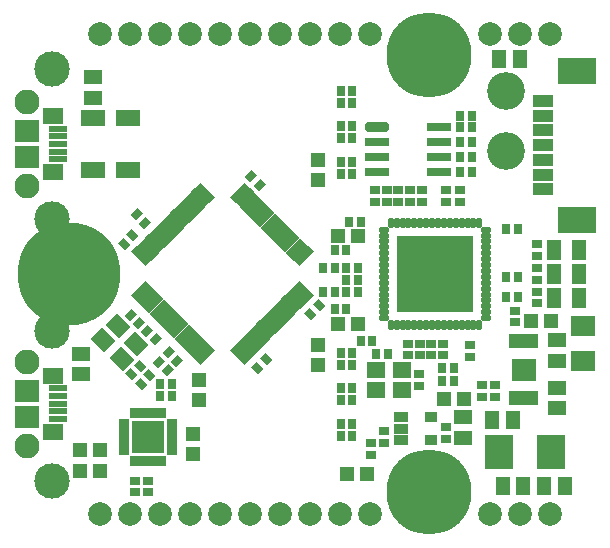
<source format=gts>
G04 Layer_Color=8388736*
%FSLAX44Y44*%
%MOMM*%
G71*
G01*
G75*
%ADD86R,1.6032X1.3032*%
%ADD87R,2.1032X1.4032*%
%ADD88R,1.6032X1.4032*%
G04:AMPARAMS|DCode=89|XSize=1.6032mm|YSize=1.4032mm|CornerRadius=0mm|HoleSize=0mm|Usage=FLASHONLY|Rotation=315.000|XOffset=0mm|YOffset=0mm|HoleType=Round|Shape=Rectangle|*
%AMROTATEDRECTD89*
4,1,4,-1.0629,0.0707,-0.0707,1.0629,1.0629,-0.0707,0.0707,-1.0629,-1.0629,0.0707,0.0*
%
%ADD89ROTATEDRECTD89*%

%ADD90R,1.1032X0.8932*%
%ADD91R,1.1932X0.8932*%
%ADD92R,0.5032X1.2032*%
%ADD93R,2.1032X1.9332*%
%ADD94R,0.8382X0.7032*%
%ADD95R,0.7032X0.8382*%
G04:AMPARAMS|DCode=96|XSize=0.8382mm|YSize=0.7032mm|CornerRadius=0mm|HoleSize=0mm|Usage=FLASHONLY|Rotation=45.000|XOffset=0mm|YOffset=0mm|HoleType=Round|Shape=Rectangle|*
%AMROTATEDRECTD96*
4,1,4,-0.0477,-0.5450,-0.5450,-0.0477,0.0477,0.5450,0.5450,0.0477,-0.0477,-0.5450,0.0*
%
%ADD96ROTATEDRECTD96*%

%ADD97R,1.3032X1.6032*%
%ADD98R,1.3032X1.2032*%
%ADD99R,1.2032X1.3032*%
G04:AMPARAMS|DCode=100|XSize=0.8382mm|YSize=0.7032mm|CornerRadius=0mm|HoleSize=0mm|Usage=FLASHONLY|Rotation=315.000|XOffset=0mm|YOffset=0mm|HoleType=Round|Shape=Rectangle|*
%AMROTATEDRECTD100*
4,1,4,-0.5450,0.0477,-0.0477,0.5450,0.5450,-0.0477,0.0477,-0.5450,-0.5450,0.0477,0.0*
%
%ADD100ROTATEDRECTD100*%

%ADD101R,2.1032X1.9532*%
%ADD102R,1.6032X0.6032*%
%ADD103R,1.6532X1.3532*%
%ADD104R,1.8032X1.0032*%
%ADD105R,3.2032X2.3032*%
%ADD106R,2.0032X0.8032*%
G04:AMPARAMS|DCode=107|XSize=0.8032mm|YSize=2.0032mm|CornerRadius=0.2516mm|HoleSize=0mm|Usage=FLASHONLY|Rotation=90.000|XOffset=0mm|YOffset=0mm|HoleType=Round|Shape=RoundedRectangle|*
%AMROUNDEDRECTD107*
21,1,0.8032,1.5000,0,0,90.0*
21,1,0.3000,2.0032,0,0,90.0*
1,1,0.5032,0.7500,0.1500*
1,1,0.5032,0.7500,-0.1500*
1,1,0.5032,-0.7500,-0.1500*
1,1,0.5032,-0.7500,0.1500*
%
%ADD107ROUNDEDRECTD107*%
%ADD108R,2.8032X2.8032*%
%ADD109R,0.9532X0.5032*%
%ADD110R,0.5032X0.9532*%
%ADD111R,6.4032X6.4032*%
G04:AMPARAMS|DCode=112|XSize=0.4832mm|YSize=0.8932mm|CornerRadius=0.1436mm|HoleSize=0mm|Usage=FLASHONLY|Rotation=90.000|XOffset=0mm|YOffset=0mm|HoleType=Round|Shape=RoundedRectangle|*
%AMROUNDEDRECTD112*
21,1,0.4832,0.6060,0,0,90.0*
21,1,0.1960,0.8932,0,0,90.0*
1,1,0.2872,0.3030,0.0980*
1,1,0.2872,0.3030,-0.0980*
1,1,0.2872,-0.3030,-0.0980*
1,1,0.2872,-0.3030,0.0980*
%
%ADD112ROUNDEDRECTD112*%
G04:AMPARAMS|DCode=113|XSize=0.4832mm|YSize=0.8432mm|CornerRadius=0.1436mm|HoleSize=0mm|Usage=FLASHONLY|Rotation=90.000|XOffset=0mm|YOffset=0mm|HoleType=Round|Shape=RoundedRectangle|*
%AMROUNDEDRECTD113*
21,1,0.4832,0.5560,0,0,90.0*
21,1,0.1960,0.8432,0,0,90.0*
1,1,0.2872,0.2780,0.0980*
1,1,0.2872,0.2780,-0.0980*
1,1,0.2872,-0.2780,-0.0980*
1,1,0.2872,-0.2780,0.0980*
%
%ADD113ROUNDEDRECTD113*%
G04:AMPARAMS|DCode=114|XSize=0.4832mm|YSize=0.8932mm|CornerRadius=0.1436mm|HoleSize=0mm|Usage=FLASHONLY|Rotation=0.000|XOffset=0mm|YOffset=0mm|HoleType=Round|Shape=RoundedRectangle|*
%AMROUNDEDRECTD114*
21,1,0.4832,0.6060,0,0,0.0*
21,1,0.1960,0.8932,0,0,0.0*
1,1,0.2872,0.0980,-0.3030*
1,1,0.2872,-0.0980,-0.3030*
1,1,0.2872,-0.0980,0.3030*
1,1,0.2872,0.0980,0.3030*
%
%ADD114ROUNDEDRECTD114*%
G04:AMPARAMS|DCode=115|XSize=0.4832mm|YSize=0.8432mm|CornerRadius=0.1436mm|HoleSize=0mm|Usage=FLASHONLY|Rotation=0.000|XOffset=0mm|YOffset=0mm|HoleType=Round|Shape=RoundedRectangle|*
%AMROUNDEDRECTD115*
21,1,0.4832,0.5560,0,0,0.0*
21,1,0.1960,0.8432,0,0,0.0*
1,1,0.2872,0.0980,-0.2780*
1,1,0.2872,-0.0980,-0.2780*
1,1,0.2872,-0.0980,0.2780*
1,1,0.2872,0.0980,0.2780*
%
%ADD115ROUNDEDRECTD115*%
G04:AMPARAMS|DCode=116|XSize=1.7032mm|YSize=0.4832mm|CornerRadius=0mm|HoleSize=0mm|Usage=FLASHONLY|Rotation=45.000|XOffset=0mm|YOffset=0mm|HoleType=Round|Shape=Rectangle|*
%AMROTATEDRECTD116*
4,1,4,-0.4313,-0.7730,-0.7730,-0.4313,0.4313,0.7730,0.7730,0.4313,-0.4313,-0.7730,0.0*
%
%ADD116ROTATEDRECTD116*%

G04:AMPARAMS|DCode=117|XSize=1.7032mm|YSize=0.6032mm|CornerRadius=0mm|HoleSize=0mm|Usage=FLASHONLY|Rotation=45.000|XOffset=0mm|YOffset=0mm|HoleType=Round|Shape=Rectangle|*
%AMROTATEDRECTD117*
4,1,4,-0.3889,-0.8154,-0.8154,-0.3889,0.3889,0.8154,0.8154,0.3889,-0.3889,-0.8154,0.0*
%
%ADD117ROTATEDRECTD117*%

G04:AMPARAMS|DCode=118|XSize=1.7032mm|YSize=0.4832mm|CornerRadius=0mm|HoleSize=0mm|Usage=FLASHONLY|Rotation=315.000|XOffset=0mm|YOffset=0mm|HoleType=Round|Shape=Rectangle|*
%AMROTATEDRECTD118*
4,1,4,-0.7730,0.4313,-0.4313,0.7730,0.7730,-0.4313,0.4313,-0.7730,-0.7730,0.4313,0.0*
%
%ADD118ROTATEDRECTD118*%

G04:AMPARAMS|DCode=119|XSize=1.7032mm|YSize=0.6032mm|CornerRadius=0mm|HoleSize=0mm|Usage=FLASHONLY|Rotation=315.000|XOffset=0mm|YOffset=0mm|HoleType=Round|Shape=Rectangle|*
%AMROTATEDRECTD119*
4,1,4,-0.8154,0.3889,-0.3889,0.8154,0.8154,-0.3889,0.3889,-0.8154,-0.8154,0.3889,0.0*
%
%ADD119ROTATEDRECTD119*%

%ADD120R,2.3622X2.9462*%
%ADD121R,2.0032X1.8032*%
%ADD122R,1.3032X1.7032*%
%ADD123C,2.1032*%
%ADD124C,3.0032*%
%ADD125C,3.2032*%
%ADD126C,2.0032*%
%ADD127C,8.7032*%
%ADD128C,7.2032*%
D86*
X70000Y149250D02*
D03*
Y166750D02*
D03*
X384000Y-138750D02*
D03*
Y-121250D02*
D03*
X60000Y-85000D02*
D03*
Y-67500D02*
D03*
X463000Y-56250D02*
D03*
Y-73750D02*
D03*
Y-113750D02*
D03*
Y-96250D02*
D03*
D87*
X100000Y132000D02*
D03*
X100000Y88000D02*
D03*
X70000Y88000D02*
D03*
Y132000D02*
D03*
D88*
X309932Y-81452D02*
D03*
Y-98451D02*
D03*
X331931Y-81452D02*
D03*
Y-98451D02*
D03*
D89*
X94768Y-71789D02*
D03*
X106789Y-59768D02*
D03*
X79211Y-56232D02*
D03*
X91232Y-44211D02*
D03*
D90*
X356950Y-121500D02*
D03*
Y-140500D02*
D03*
D91*
X331050Y-121500D02*
D03*
Y-131000D02*
D03*
Y-140500D02*
D03*
D92*
X435000Y-105000D02*
D03*
X430000D02*
D03*
X425000D02*
D03*
X440000D02*
D03*
X445000D02*
D03*
Y-57000D02*
D03*
X440000D02*
D03*
X425000D02*
D03*
X430000D02*
D03*
X435000D02*
D03*
D93*
Y-81000D02*
D03*
D94*
X317000Y-133000D02*
D03*
Y-143000D02*
D03*
X306000Y-143000D02*
D03*
Y-153000D02*
D03*
X349000Y61000D02*
D03*
Y71000D02*
D03*
X339000D02*
D03*
Y61000D02*
D03*
X117000Y-175000D02*
D03*
Y-185000D02*
D03*
X309000Y71000D02*
D03*
Y61000D02*
D03*
X329000Y71000D02*
D03*
Y61000D02*
D03*
X411000Y-94000D02*
D03*
Y-104000D02*
D03*
X400000D02*
D03*
Y-94000D02*
D03*
X369000Y-130000D02*
D03*
Y-140000D02*
D03*
X367000Y-69000D02*
D03*
Y-59000D02*
D03*
X337000D02*
D03*
Y-69000D02*
D03*
X390000Y-60000D02*
D03*
Y-70000D02*
D03*
X346431Y-84952D02*
D03*
Y-94952D02*
D03*
X369000Y61000D02*
D03*
Y71000D02*
D03*
X381000Y61000D02*
D03*
Y71000D02*
D03*
X319000Y61000D02*
D03*
Y71000D02*
D03*
X347000Y-59000D02*
D03*
Y-69000D02*
D03*
X357000Y-59000D02*
D03*
Y-69000D02*
D03*
X106000Y-175000D02*
D03*
Y-185000D02*
D03*
X428000Y-41000D02*
D03*
Y-31000D02*
D03*
X446000Y25000D02*
D03*
Y15000D02*
D03*
Y5000D02*
D03*
Y-5000D02*
D03*
Y-15000D02*
D03*
Y-25000D02*
D03*
D95*
X391000Y112000D02*
D03*
X381000D02*
D03*
X376000Y-91000D02*
D03*
X366000D02*
D03*
X381000Y99031D02*
D03*
X391000D02*
D03*
X381000Y86031D02*
D03*
X391000D02*
D03*
X280000Y-77000D02*
D03*
X290000D02*
D03*
X280000Y-107000D02*
D03*
X290000D02*
D03*
X280000Y-127000D02*
D03*
X290000D02*
D03*
X280000Y-97000D02*
D03*
X290000D02*
D03*
X137000Y-103000D02*
D03*
X127000D02*
D03*
X285000Y-5000D02*
D03*
X295000D02*
D03*
X137000Y-93000D02*
D03*
X127000D02*
D03*
X280000Y145000D02*
D03*
X290000D02*
D03*
X280000Y115000D02*
D03*
X290000D02*
D03*
X280000Y95000D02*
D03*
X290000D02*
D03*
X280000Y125000D02*
D03*
X290000D02*
D03*
X265000Y-15000D02*
D03*
X275000D02*
D03*
X420000Y-19647D02*
D03*
X430000D02*
D03*
X420000Y38000D02*
D03*
X430000D02*
D03*
X320431Y-67952D02*
D03*
X310431D02*
D03*
X275000Y-30000D02*
D03*
X285000D02*
D03*
X265000Y5000D02*
D03*
X275000D02*
D03*
X275000Y20000D02*
D03*
X285000D02*
D03*
X297000Y-57000D02*
D03*
X307000D02*
D03*
X297000Y44000D02*
D03*
X287000D02*
D03*
X290000Y85000D02*
D03*
X280000D02*
D03*
X290000Y155000D02*
D03*
X280000D02*
D03*
X295000Y-15000D02*
D03*
X285000D02*
D03*
X295000Y5000D02*
D03*
X285000D02*
D03*
X420000Y-3000D02*
D03*
X430000D02*
D03*
X376000Y-80000D02*
D03*
X366000D02*
D03*
X381000Y134000D02*
D03*
X391000D02*
D03*
X290000Y-67000D02*
D03*
X280000D02*
D03*
X290000Y-137000D02*
D03*
X280000D02*
D03*
X381000Y124000D02*
D03*
X391000D02*
D03*
D96*
X107465Y50535D02*
D03*
X114536Y43464D02*
D03*
X204464Y82535D02*
D03*
X211535Y75465D02*
D03*
X109536Y-41536D02*
D03*
X102465Y-34464D02*
D03*
X116465Y-48464D02*
D03*
X123535Y-55535D02*
D03*
X133535Y-81536D02*
D03*
X126465Y-74465D02*
D03*
X141536Y-73535D02*
D03*
X134465Y-66465D02*
D03*
D97*
X408250Y-124000D02*
D03*
X425750D02*
D03*
X414250Y182000D02*
D03*
X431750D02*
D03*
X452250Y-180000D02*
D03*
X469750D02*
D03*
X434750D02*
D03*
X417250D02*
D03*
D98*
X458500Y-40000D02*
D03*
X441500D02*
D03*
X277500Y32000D02*
D03*
X294500D02*
D03*
X277500Y-42000D02*
D03*
X294500D02*
D03*
X285500Y-169000D02*
D03*
X302500D02*
D03*
X367500Y-106000D02*
D03*
X384500D02*
D03*
X76500Y-167000D02*
D03*
X59500D02*
D03*
X76500Y-149000D02*
D03*
X59500D02*
D03*
D99*
X261000Y-77500D02*
D03*
Y-60500D02*
D03*
Y96500D02*
D03*
Y79500D02*
D03*
X160000Y-106500D02*
D03*
Y-89500D02*
D03*
X155000Y-135500D02*
D03*
Y-152500D02*
D03*
D100*
X109879Y-77808D02*
D03*
X102808Y-84879D02*
D03*
X117879Y-85808D02*
D03*
X110808Y-92879D02*
D03*
X96465Y25464D02*
D03*
X103535Y32536D02*
D03*
X261535Y-26465D02*
D03*
X254464Y-33535D02*
D03*
X216535Y-72464D02*
D03*
X209464Y-79535D02*
D03*
D101*
X14500Y-121250D02*
D03*
Y-98750D02*
D03*
Y98750D02*
D03*
Y121250D02*
D03*
D102*
X41000Y-110000D02*
D03*
Y-103500D02*
D03*
Y-97000D02*
D03*
Y-116500D02*
D03*
Y-123000D02*
D03*
Y110000D02*
D03*
Y116500D02*
D03*
Y123000D02*
D03*
Y103500D02*
D03*
Y97000D02*
D03*
D103*
X36800Y-86500D02*
D03*
Y-133500D02*
D03*
Y133500D02*
D03*
Y86500D02*
D03*
D104*
X451000Y146500D02*
D03*
Y96500D02*
D03*
Y84000D02*
D03*
Y71500D02*
D03*
Y134000D02*
D03*
Y121500D02*
D03*
Y109000D02*
D03*
D105*
X480000Y172000D02*
D03*
Y46000D02*
D03*
D106*
X363000Y124050D02*
D03*
Y111350D02*
D03*
Y98650D02*
D03*
Y85950D02*
D03*
X311000D02*
D03*
Y98650D02*
D03*
Y111350D02*
D03*
D107*
Y124050D02*
D03*
D108*
X117000Y-138000D02*
D03*
D109*
X97000Y-135500D02*
D03*
Y-130500D02*
D03*
Y-125500D02*
D03*
Y-150500D02*
D03*
Y-145500D02*
D03*
Y-140500D02*
D03*
X137000D02*
D03*
Y-145500D02*
D03*
Y-150500D02*
D03*
Y-125500D02*
D03*
Y-130500D02*
D03*
Y-135500D02*
D03*
D110*
X119500Y-118000D02*
D03*
X124500D02*
D03*
X129500D02*
D03*
X104500D02*
D03*
X109500D02*
D03*
X114500D02*
D03*
X119500Y-158000D02*
D03*
X124500D02*
D03*
X129500D02*
D03*
X104500D02*
D03*
X109500D02*
D03*
X114500D02*
D03*
D111*
X360000Y0D02*
D03*
D112*
X316900Y2500D02*
D03*
Y7500D02*
D03*
Y12500D02*
D03*
Y17500D02*
D03*
Y22500D02*
D03*
Y27500D02*
D03*
Y32500D02*
D03*
Y-32500D02*
D03*
Y-27500D02*
D03*
Y-22500D02*
D03*
Y-17500D02*
D03*
Y-12500D02*
D03*
Y-7500D02*
D03*
Y-2500D02*
D03*
X403100Y2500D02*
D03*
Y7500D02*
D03*
Y12500D02*
D03*
Y17500D02*
D03*
Y22500D02*
D03*
Y27500D02*
D03*
Y32500D02*
D03*
Y-32500D02*
D03*
Y-27500D02*
D03*
Y-22500D02*
D03*
Y-17500D02*
D03*
Y-12500D02*
D03*
Y-7500D02*
D03*
Y-2500D02*
D03*
D113*
X316700Y37500D02*
D03*
Y-37500D02*
D03*
X403300Y37500D02*
D03*
Y-37500D02*
D03*
D114*
X362500Y-43100D02*
D03*
X367500D02*
D03*
X372500D02*
D03*
X377500D02*
D03*
X382500D02*
D03*
X387500D02*
D03*
X392500D02*
D03*
X327500D02*
D03*
X332500D02*
D03*
X337500D02*
D03*
X342500D02*
D03*
X347500D02*
D03*
X352500D02*
D03*
X357500D02*
D03*
Y43100D02*
D03*
X352500D02*
D03*
X347500D02*
D03*
X342500D02*
D03*
X337500D02*
D03*
X332500D02*
D03*
X327500D02*
D03*
X392500D02*
D03*
X387500D02*
D03*
X382500D02*
D03*
X377500D02*
D03*
X372500D02*
D03*
X367500D02*
D03*
X362500D02*
D03*
D115*
X397500Y-43300D02*
D03*
X322500D02*
D03*
Y43300D02*
D03*
X397500D02*
D03*
D116*
X219951Y43487D02*
D03*
X216416Y47023D02*
D03*
X212880Y50558D02*
D03*
X223487Y39952D02*
D03*
X227023Y36416D02*
D03*
X230558Y32880D02*
D03*
X209345Y54094D02*
D03*
X205809Y57629D02*
D03*
X202274Y61165D02*
D03*
X198738Y64700D02*
D03*
X234094Y29345D02*
D03*
X237629Y25809D02*
D03*
X241165Y22274D02*
D03*
X244700Y18738D02*
D03*
X140049Y-43487D02*
D03*
X143584Y-47023D02*
D03*
X147120Y-50558D02*
D03*
X136513Y-39952D02*
D03*
X132977Y-36416D02*
D03*
X129442Y-32880D02*
D03*
X150655Y-54094D02*
D03*
X154191Y-57629D02*
D03*
X157726Y-61165D02*
D03*
X161262Y-64700D02*
D03*
X125906Y-29345D02*
D03*
X122371Y-25809D02*
D03*
X118835Y-22274D02*
D03*
X115300Y-18738D02*
D03*
D117*
X194778Y68660D02*
D03*
X248660Y14778D02*
D03*
X165222Y-68660D02*
D03*
X111340Y-14778D02*
D03*
D118*
X223487Y-39952D02*
D03*
X227023Y-36416D02*
D03*
X230558Y-32880D02*
D03*
X219951Y-43487D02*
D03*
X216416Y-47023D02*
D03*
X212880Y-50558D02*
D03*
X234094Y-29345D02*
D03*
X237629Y-25809D02*
D03*
X241165Y-22274D02*
D03*
X244700Y-18738D02*
D03*
X209345Y-54094D02*
D03*
X205809Y-57629D02*
D03*
X202274Y-61165D02*
D03*
X198738Y-64700D02*
D03*
X161262Y64700D02*
D03*
X157726Y61165D02*
D03*
X154191Y57629D02*
D03*
X150655Y54094D02*
D03*
X115300Y18738D02*
D03*
X118835Y22274D02*
D03*
X122371Y25809D02*
D03*
X125906Y29345D02*
D03*
X147120Y50558D02*
D03*
X143584Y47023D02*
D03*
X140049Y43487D02*
D03*
X129442Y32880D02*
D03*
X132977Y36416D02*
D03*
X136513Y39952D02*
D03*
D119*
X248660Y-14778D02*
D03*
X194778Y-68660D02*
D03*
X165222Y68660D02*
D03*
X111340Y14778D02*
D03*
D120*
X413900Y-151000D02*
D03*
X458100D02*
D03*
D121*
X485000Y-74000D02*
D03*
Y-44000D02*
D03*
D122*
X460500Y20000D02*
D03*
X481500D02*
D03*
X460500Y0D02*
D03*
X481500D02*
D03*
X460500Y-20000D02*
D03*
X481500D02*
D03*
D123*
X14500Y-74250D02*
D03*
Y-145750D02*
D03*
Y145750D02*
D03*
Y74250D02*
D03*
D124*
X36100Y46500D02*
D03*
Y173500D02*
D03*
Y-175500D02*
D03*
Y-48500D02*
D03*
D125*
X420000Y155000D02*
D03*
Y104200D02*
D03*
D126*
X152400Y-203200D02*
D03*
X76200Y203200D02*
D03*
X254000Y-203200D02*
D03*
X304800Y203200D02*
D03*
X101600D02*
D03*
X228600D02*
D03*
X127000D02*
D03*
X152400D02*
D03*
X177800D02*
D03*
X203200D02*
D03*
X254000D02*
D03*
X279400D02*
D03*
X406400D02*
D03*
X431800D02*
D03*
X457200D02*
D03*
Y-203200D02*
D03*
X431800D02*
D03*
X406400D02*
D03*
X228600D02*
D03*
X203200D02*
D03*
X177800D02*
D03*
X127000D02*
D03*
X101600D02*
D03*
X76200D02*
D03*
X304800D02*
D03*
X279400D02*
D03*
D127*
X50000Y0D02*
D03*
D128*
X355000Y-185000D02*
D03*
Y185000D02*
D03*
M02*

</source>
